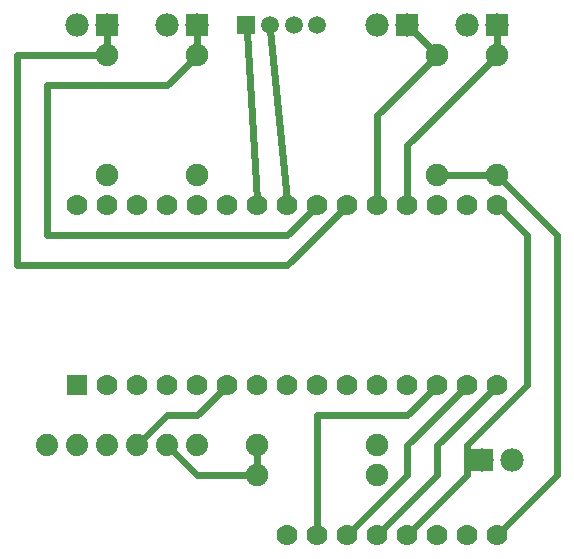
<source format=gtl>
G04 MADE WITH FRITZING*
G04 WWW.FRITZING.ORG*
G04 DOUBLE SIDED*
G04 HOLES PLATED*
G04 CONTOUR ON CENTER OF CONTOUR VECTOR*
%ASAXBY*%
%FSLAX23Y23*%
%MOIN*%
%OFA0B0*%
%SFA1.0B1.0*%
%ADD10C,0.075000*%
%ADD11C,0.078000*%
%ADD12C,0.074000*%
%ADD13C,0.070000*%
%ADD14C,0.059200*%
%ADD15R,0.078000X0.078000*%
%ADD16R,0.070000X0.069972*%
%ADD17R,0.059200X0.059200*%
%ADD18C,0.024000*%
%LNCOPPER1*%
G90*
G70*
G54D10*
X1288Y1758D03*
X888Y1758D03*
X688Y3058D03*
X688Y2658D03*
G54D11*
X1638Y1708D03*
X1738Y1708D03*
G54D10*
X1288Y1658D03*
X888Y1658D03*
G54D12*
X188Y1758D03*
X288Y1758D03*
X388Y1758D03*
X488Y1758D03*
X588Y1758D03*
X688Y1758D03*
G54D13*
X1088Y1458D03*
X1488Y1458D03*
X1688Y1458D03*
X1288Y1458D03*
X1588Y1458D03*
X1388Y1458D03*
X1188Y1458D03*
X988Y1458D03*
G54D10*
X388Y3058D03*
X388Y2658D03*
G54D13*
X288Y1958D03*
X388Y1958D03*
X488Y1958D03*
X588Y1958D03*
X688Y1958D03*
X788Y1958D03*
X888Y1958D03*
X988Y1958D03*
X1088Y1958D03*
X1188Y1958D03*
X1288Y1958D03*
X1388Y1958D03*
X1488Y1958D03*
X1588Y1958D03*
X1688Y1958D03*
X288Y2558D03*
X388Y2558D03*
X488Y2558D03*
X588Y2558D03*
X688Y2558D03*
X788Y2558D03*
X888Y2558D03*
X988Y2558D03*
X1088Y2558D03*
X1188Y2558D03*
X1288Y2558D03*
X1388Y2558D03*
X1488Y2558D03*
X1588Y2558D03*
X1688Y2558D03*
G54D10*
X1488Y3058D03*
X1488Y2658D03*
X1688Y3058D03*
X1688Y2658D03*
G54D11*
X688Y3158D03*
X588Y3158D03*
G54D14*
X852Y3158D03*
X1088Y3158D03*
X1010Y3158D03*
X931Y3158D03*
G54D11*
X1388Y3158D03*
X1288Y3158D03*
X1688Y3158D03*
X1588Y3158D03*
X388Y3158D03*
X288Y3158D03*
G54D15*
X1638Y1708D03*
G54D16*
X288Y1958D03*
G54D15*
X688Y3158D03*
G54D17*
X852Y3158D03*
G54D15*
X1388Y3158D03*
X1688Y3158D03*
X388Y3158D03*
G54D18*
X88Y3058D02*
X88Y2758D01*
D02*
X88Y2758D02*
X88Y2358D01*
D02*
X88Y2358D02*
X988Y2358D01*
D02*
X988Y2358D02*
X1176Y2545D01*
D02*
X371Y3058D02*
X88Y3058D01*
D02*
X1288Y2858D02*
X1476Y3046D01*
D02*
X1688Y3139D02*
X1688Y3076D01*
D02*
X588Y2958D02*
X676Y3046D01*
D02*
X188Y2958D02*
X588Y2958D01*
D02*
X188Y2458D02*
X188Y2958D01*
D02*
X988Y2458D02*
X188Y2458D01*
D02*
X1076Y2545D02*
X988Y2458D01*
D02*
X854Y3135D02*
X887Y2576D01*
D02*
X932Y3142D02*
X987Y2576D01*
D02*
X1388Y2758D02*
X1388Y2576D01*
D02*
X1676Y3046D02*
X1388Y2758D01*
D02*
X1288Y2576D02*
X1288Y2858D01*
D02*
X688Y1858D02*
X588Y1858D01*
D02*
X588Y1858D02*
X502Y1772D01*
D02*
X1588Y1758D02*
X1588Y1658D01*
D02*
X1588Y1658D02*
X1402Y1472D01*
D02*
X1388Y1658D02*
X1202Y1472D01*
D02*
X1488Y1658D02*
X1302Y1472D01*
D02*
X1388Y1858D02*
X1476Y1945D01*
D02*
X1088Y1858D02*
X1388Y1858D01*
D02*
X1088Y1478D02*
X1088Y1858D01*
D02*
X776Y1945D02*
X688Y1858D01*
D02*
X1671Y2658D02*
X1506Y2658D01*
D02*
X1888Y2458D02*
X1888Y1658D01*
D02*
X1888Y1658D02*
X1702Y1472D01*
D02*
X1488Y1758D02*
X1488Y1658D01*
D02*
X1388Y1758D02*
X1388Y1658D01*
D02*
X1676Y1945D02*
X1488Y1758D01*
D02*
X1576Y1945D02*
X1388Y1758D01*
D02*
X1788Y1958D02*
X1588Y1758D01*
D02*
X1788Y2458D02*
X1788Y1958D01*
D02*
X1701Y2545D02*
X1788Y2458D01*
D02*
X1701Y2646D02*
X1888Y2458D01*
D02*
X688Y1658D02*
X602Y1744D01*
D02*
X888Y1676D02*
X888Y1741D01*
D02*
X871Y1658D02*
X688Y1658D01*
D02*
X688Y3139D02*
X688Y3076D01*
D02*
X388Y3076D02*
X388Y3139D01*
D02*
X1476Y3071D02*
X1402Y3145D01*
G04 End of Copper1*
M02*
</source>
